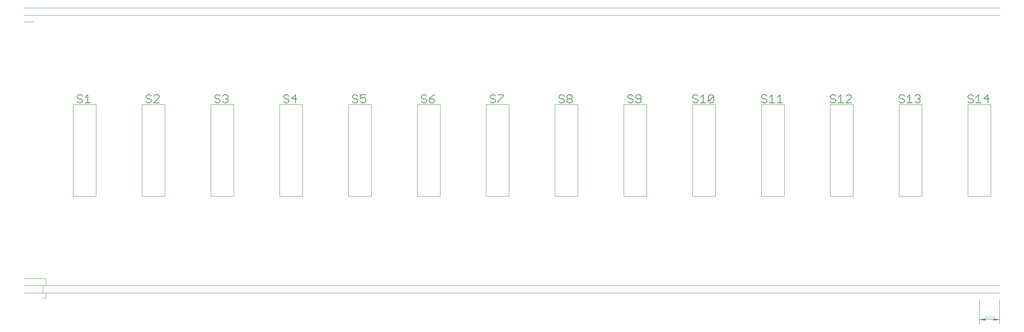
<source format=gto>
G75*
%MOIN*%
%OFA0B0*%
%FSLAX25Y25*%
%IPPOS*%
%LPD*%
%AMOC8*
5,1,8,0,0,1.08239X$1,22.5*
%
%ADD10C,0.00500*%
%ADD11C,0.01200*%
%ADD12C,0.00512*%
%ADD13C,0.00400*%
D10*
X0104879Y0091162D02*
X0109997Y0091162D01*
X0109997Y0100611D01*
X0104879Y0100611D01*
X0104879Y0113209D01*
X0109997Y0113209D01*
X0109997Y0125414D01*
X0105272Y0125414D01*
X0104879Y0125414D02*
X0072595Y0125414D01*
X0072595Y0113209D02*
X0104879Y0113209D01*
X0109997Y0113209D01*
X1772595Y0113209D01*
X1772595Y0100611D02*
X0109997Y0100611D01*
X0104879Y0100611D01*
X0072595Y0100611D01*
X0157595Y0269193D02*
X0157595Y0429193D01*
X0197595Y0429193D01*
X0197595Y0269193D01*
X0157595Y0269193D01*
X0277595Y0269193D02*
X0277595Y0429193D01*
X0317595Y0429193D01*
X0317595Y0269193D01*
X0277595Y0269193D01*
X0397595Y0269193D02*
X0397595Y0429193D01*
X0437595Y0429193D01*
X0437595Y0269193D01*
X0397595Y0269193D01*
X0517595Y0269193D02*
X0517595Y0429193D01*
X0557595Y0429193D01*
X0557595Y0269193D01*
X0517595Y0269193D01*
X0637595Y0269193D02*
X0637595Y0429193D01*
X0677595Y0429193D01*
X0677595Y0269193D01*
X0637595Y0269193D01*
X0757595Y0269193D02*
X0757595Y0429193D01*
X0797595Y0429193D01*
X0797595Y0269193D01*
X0757595Y0269193D01*
X0877595Y0269193D02*
X0877595Y0429193D01*
X0917595Y0429193D01*
X0917595Y0269193D01*
X0877595Y0269193D01*
X0997595Y0269193D02*
X0997595Y0429193D01*
X1037595Y0429193D01*
X1037595Y0269193D01*
X0997595Y0269193D01*
X1117595Y0269193D02*
X1117595Y0429193D01*
X1157595Y0429193D01*
X1157595Y0269193D01*
X1117595Y0269193D01*
X1237595Y0269193D02*
X1237595Y0429193D01*
X1277595Y0429193D01*
X1277595Y0269193D01*
X1237595Y0269193D01*
X1357595Y0269193D02*
X1357595Y0429193D01*
X1397595Y0429193D01*
X1397595Y0269193D01*
X1357595Y0269193D01*
X1477595Y0269193D02*
X1477595Y0429193D01*
X1517595Y0429193D01*
X1517595Y0269193D01*
X1477595Y0269193D01*
X1597595Y0269193D02*
X1597595Y0429193D01*
X1637595Y0429193D01*
X1637595Y0269193D01*
X1597595Y0269193D01*
X1717595Y0269193D02*
X1717595Y0429193D01*
X1757595Y0429193D01*
X1757595Y0269193D01*
X1717595Y0269193D01*
X1772595Y0584863D02*
X0072595Y0584863D01*
X0072595Y0573052D02*
X0088343Y0573052D01*
X0072595Y0597461D02*
X1772595Y0597461D01*
D11*
X1752007Y0446105D02*
X1745101Y0439199D01*
X1754309Y0439199D01*
X1752007Y0432293D02*
X1752007Y0446105D01*
X1735893Y0446105D02*
X1731289Y0441501D01*
X1726685Y0443803D02*
X1724383Y0446105D01*
X1719779Y0446105D01*
X1717477Y0443803D01*
X1717477Y0441501D01*
X1719779Y0439199D01*
X1724383Y0439199D01*
X1726685Y0436897D01*
X1726685Y0434595D01*
X1724383Y0432293D01*
X1719779Y0432293D01*
X1717477Y0434595D01*
X1731289Y0432293D02*
X1740497Y0432293D01*
X1735893Y0432293D02*
X1735893Y0446105D01*
X1634309Y0443803D02*
X1634309Y0441501D01*
X1632007Y0439199D01*
X1634309Y0436897D01*
X1634309Y0434595D01*
X1632007Y0432293D01*
X1627403Y0432293D01*
X1625101Y0434595D01*
X1620497Y0432293D02*
X1611289Y0432293D01*
X1615893Y0432293D02*
X1615893Y0446105D01*
X1611289Y0441501D01*
X1606685Y0443803D02*
X1604383Y0446105D01*
X1599779Y0446105D01*
X1597477Y0443803D01*
X1597477Y0441501D01*
X1599779Y0439199D01*
X1604383Y0439199D01*
X1606685Y0436897D01*
X1606685Y0434595D01*
X1604383Y0432293D01*
X1599779Y0432293D01*
X1597477Y0434595D01*
X1625101Y0443803D02*
X1627403Y0446105D01*
X1632007Y0446105D01*
X1634309Y0443803D01*
X1632007Y0439199D02*
X1629705Y0439199D01*
X1514309Y0441501D02*
X1514309Y0443803D01*
X1512007Y0446105D01*
X1507403Y0446105D01*
X1505101Y0443803D01*
X1514309Y0441501D02*
X1505101Y0432293D01*
X1514309Y0432293D01*
X1500497Y0432293D02*
X1491289Y0432293D01*
X1495893Y0432293D02*
X1495893Y0446105D01*
X1491289Y0441501D01*
X1486685Y0443803D02*
X1484383Y0446105D01*
X1479779Y0446105D01*
X1477477Y0443803D01*
X1477477Y0441501D01*
X1479779Y0439199D01*
X1484383Y0439199D01*
X1486685Y0436897D01*
X1486685Y0434595D01*
X1484383Y0432293D01*
X1479779Y0432293D01*
X1477477Y0434595D01*
X1394309Y0432293D02*
X1385101Y0432293D01*
X1380497Y0432293D02*
X1371289Y0432293D01*
X1375893Y0432293D02*
X1375893Y0446105D01*
X1371289Y0441501D01*
X1366685Y0443803D02*
X1364383Y0446105D01*
X1359779Y0446105D01*
X1357477Y0443803D01*
X1357477Y0441501D01*
X1359779Y0439199D01*
X1364383Y0439199D01*
X1366685Y0436897D01*
X1366685Y0434595D01*
X1364383Y0432293D01*
X1359779Y0432293D01*
X1357477Y0434595D01*
X1385101Y0441501D02*
X1389705Y0446105D01*
X1389705Y0432293D01*
X1274309Y0434595D02*
X1272007Y0432293D01*
X1267403Y0432293D01*
X1265101Y0434595D01*
X1274309Y0443803D01*
X1274309Y0434595D01*
X1265101Y0434595D02*
X1265101Y0443803D01*
X1267403Y0446105D01*
X1272007Y0446105D01*
X1274309Y0443803D01*
X1255893Y0446105D02*
X1255893Y0432293D01*
X1251289Y0432293D02*
X1260497Y0432293D01*
X1246685Y0434595D02*
X1244383Y0432293D01*
X1239779Y0432293D01*
X1237477Y0434595D01*
X1239779Y0439199D02*
X1237477Y0441501D01*
X1237477Y0443803D01*
X1239779Y0446105D01*
X1244383Y0446105D01*
X1246685Y0443803D01*
X1244383Y0439199D02*
X1246685Y0436897D01*
X1246685Y0434595D01*
X1244383Y0439199D02*
X1239779Y0439199D01*
X1251289Y0441501D02*
X1255893Y0446105D01*
X1147403Y0443803D02*
X1147403Y0434595D01*
X1145101Y0432293D01*
X1140497Y0432293D01*
X1138195Y0434595D01*
X1133591Y0434595D02*
X1131289Y0432293D01*
X1126685Y0432293D01*
X1124383Y0434595D01*
X1126685Y0439199D02*
X1131289Y0439199D01*
X1133591Y0436897D01*
X1133591Y0434595D01*
X1126685Y0439199D02*
X1124383Y0441501D01*
X1124383Y0443803D01*
X1126685Y0446105D01*
X1131289Y0446105D01*
X1133591Y0443803D01*
X1138195Y0443803D02*
X1138195Y0441501D01*
X1140497Y0439199D01*
X1147403Y0439199D01*
X1147403Y0443803D02*
X1145101Y0446105D01*
X1140497Y0446105D01*
X1138195Y0443803D01*
X1027403Y0443803D02*
X1027403Y0441501D01*
X1025101Y0439199D01*
X1020497Y0439199D01*
X1018195Y0441501D01*
X1018195Y0443803D01*
X1020497Y0446105D01*
X1025101Y0446105D01*
X1027403Y0443803D01*
X1025101Y0439199D02*
X1027403Y0436897D01*
X1027403Y0434595D01*
X1025101Y0432293D01*
X1020497Y0432293D01*
X1018195Y0434595D01*
X1018195Y0436897D01*
X1020497Y0439199D01*
X1013591Y0436897D02*
X1013591Y0434595D01*
X1011289Y0432293D01*
X1006685Y0432293D01*
X1004383Y0434595D01*
X1006685Y0439199D02*
X1004383Y0441501D01*
X1004383Y0443803D01*
X1006685Y0446105D01*
X1011289Y0446105D01*
X1013591Y0443803D01*
X1011289Y0439199D02*
X1013591Y0436897D01*
X1011289Y0439199D02*
X1006685Y0439199D01*
X0907403Y0443803D02*
X0898195Y0434595D01*
X0898195Y0432293D01*
X0893591Y0434595D02*
X0891289Y0432293D01*
X0886685Y0432293D01*
X0884383Y0434595D01*
X0886685Y0439199D02*
X0891289Y0439199D01*
X0893591Y0436897D01*
X0893591Y0434595D01*
X0886685Y0439199D02*
X0884383Y0441501D01*
X0884383Y0443803D01*
X0886685Y0446105D01*
X0891289Y0446105D01*
X0893591Y0443803D01*
X0898195Y0446105D02*
X0907403Y0446105D01*
X0907403Y0443803D01*
X0787403Y0446105D02*
X0782799Y0443803D01*
X0778195Y0439199D01*
X0785101Y0439199D01*
X0787403Y0436897D01*
X0787403Y0434595D01*
X0785101Y0432293D01*
X0780497Y0432293D01*
X0778195Y0434595D01*
X0778195Y0439199D01*
X0773591Y0436897D02*
X0773591Y0434595D01*
X0771289Y0432293D01*
X0766685Y0432293D01*
X0764383Y0434595D01*
X0766685Y0439199D02*
X0771289Y0439199D01*
X0773591Y0436897D01*
X0773591Y0443803D02*
X0771289Y0446105D01*
X0766685Y0446105D01*
X0764383Y0443803D01*
X0764383Y0441501D01*
X0766685Y0439199D01*
X0667403Y0439199D02*
X0667403Y0434595D01*
X0665101Y0432293D01*
X0660497Y0432293D01*
X0658195Y0434595D01*
X0653591Y0434595D02*
X0651289Y0432293D01*
X0646685Y0432293D01*
X0644383Y0434595D01*
X0646685Y0439199D02*
X0644383Y0441501D01*
X0644383Y0443803D01*
X0646685Y0446105D01*
X0651289Y0446105D01*
X0653591Y0443803D01*
X0651289Y0439199D02*
X0653591Y0436897D01*
X0653591Y0434595D01*
X0651289Y0439199D02*
X0646685Y0439199D01*
X0658195Y0439199D02*
X0662799Y0441501D01*
X0665101Y0441501D01*
X0667403Y0439199D01*
X0658195Y0439199D02*
X0658195Y0446105D01*
X0667403Y0446105D01*
X0547403Y0439199D02*
X0538195Y0439199D01*
X0545101Y0446105D01*
X0545101Y0432293D01*
X0533591Y0434595D02*
X0531289Y0432293D01*
X0526685Y0432293D01*
X0524383Y0434595D01*
X0526685Y0439199D02*
X0531289Y0439199D01*
X0533591Y0436897D01*
X0533591Y0434595D01*
X0526685Y0439199D02*
X0524383Y0441501D01*
X0524383Y0443803D01*
X0526685Y0446105D01*
X0531289Y0446105D01*
X0533591Y0443803D01*
X0427403Y0443803D02*
X0427403Y0441501D01*
X0425101Y0439199D01*
X0427403Y0436897D01*
X0427403Y0434595D01*
X0425101Y0432293D01*
X0420497Y0432293D01*
X0418195Y0434595D01*
X0413591Y0434595D02*
X0411289Y0432293D01*
X0406685Y0432293D01*
X0404383Y0434595D01*
X0406685Y0439199D02*
X0411289Y0439199D01*
X0413591Y0436897D01*
X0413591Y0434595D01*
X0406685Y0439199D02*
X0404383Y0441501D01*
X0404383Y0443803D01*
X0406685Y0446105D01*
X0411289Y0446105D01*
X0413591Y0443803D01*
X0418195Y0443803D02*
X0420497Y0446105D01*
X0425101Y0446105D01*
X0427403Y0443803D01*
X0425101Y0439199D02*
X0422799Y0439199D01*
X0307403Y0441501D02*
X0307403Y0443803D01*
X0305101Y0446105D01*
X0300497Y0446105D01*
X0298195Y0443803D01*
X0293591Y0443803D02*
X0291289Y0446105D01*
X0286685Y0446105D01*
X0284383Y0443803D01*
X0284383Y0441501D01*
X0286685Y0439199D01*
X0291289Y0439199D01*
X0293591Y0436897D01*
X0293591Y0434595D01*
X0291289Y0432293D01*
X0286685Y0432293D01*
X0284383Y0434595D01*
X0298195Y0432293D02*
X0307403Y0441501D01*
X0307403Y0432293D02*
X0298195Y0432293D01*
X0187403Y0432293D02*
X0178195Y0432293D01*
X0182799Y0432293D02*
X0182799Y0446105D01*
X0178195Y0441501D01*
X0173591Y0443803D02*
X0171289Y0446105D01*
X0166685Y0446105D01*
X0164383Y0443803D01*
X0164383Y0441501D01*
X0166685Y0439199D01*
X0171289Y0439199D01*
X0173591Y0436897D01*
X0173591Y0434595D01*
X0171289Y0432293D01*
X0166685Y0432293D01*
X0164383Y0434595D01*
D12*
X1737595Y0089193D02*
X1737595Y0046516D01*
X1737851Y0054193D02*
X1747831Y0053170D01*
X1747831Y0052936D02*
X1737851Y0054193D01*
X1747831Y0055217D01*
X1747831Y0055450D02*
X1747831Y0052936D01*
X1747831Y0053682D02*
X1737851Y0054193D01*
X1747831Y0054705D01*
X1747831Y0055450D02*
X1737851Y0054193D01*
X1772339Y0054193D01*
X1762359Y0053170D01*
X1762359Y0052936D02*
X1772339Y0054193D01*
X1762359Y0055217D01*
X1762359Y0055450D02*
X1762359Y0052936D01*
X1762359Y0053682D02*
X1772339Y0054193D01*
X1762359Y0054705D01*
X1762359Y0055450D02*
X1772339Y0054193D01*
X1772595Y0046516D02*
X1772595Y0089193D01*
D13*
X1762131Y0060759D02*
X1760597Y0060759D01*
X1759829Y0059992D01*
X1759829Y0059224D01*
X1760597Y0058457D01*
X1762899Y0058457D01*
X1762899Y0056922D02*
X1762899Y0059992D01*
X1762131Y0060759D01*
X1758295Y0059992D02*
X1758295Y0059224D01*
X1757527Y0058457D01*
X1755993Y0058457D01*
X1755225Y0059224D01*
X1755225Y0059992D01*
X1755993Y0060759D01*
X1757527Y0060759D01*
X1758295Y0059992D01*
X1757527Y0058457D02*
X1758295Y0057690D01*
X1758295Y0056922D01*
X1757527Y0056155D01*
X1755993Y0056155D01*
X1755225Y0056922D01*
X1755225Y0057690D01*
X1755993Y0058457D01*
X1753691Y0056922D02*
X1753691Y0056155D01*
X1752924Y0056155D01*
X1752924Y0056922D01*
X1753691Y0056922D01*
X1751389Y0056922D02*
X1750622Y0056155D01*
X1749087Y0056155D01*
X1748320Y0056922D01*
X1748320Y0057690D01*
X1749087Y0058457D01*
X1750622Y0058457D01*
X1751389Y0057690D01*
X1751389Y0056922D01*
X1750622Y0058457D02*
X1751389Y0059224D01*
X1751389Y0059992D01*
X1750622Y0060759D01*
X1749087Y0060759D01*
X1748320Y0059992D01*
X1748320Y0059224D01*
X1749087Y0058457D01*
X1759829Y0056922D02*
X1760597Y0056155D01*
X1762131Y0056155D01*
X1762899Y0056922D01*
M02*

</source>
